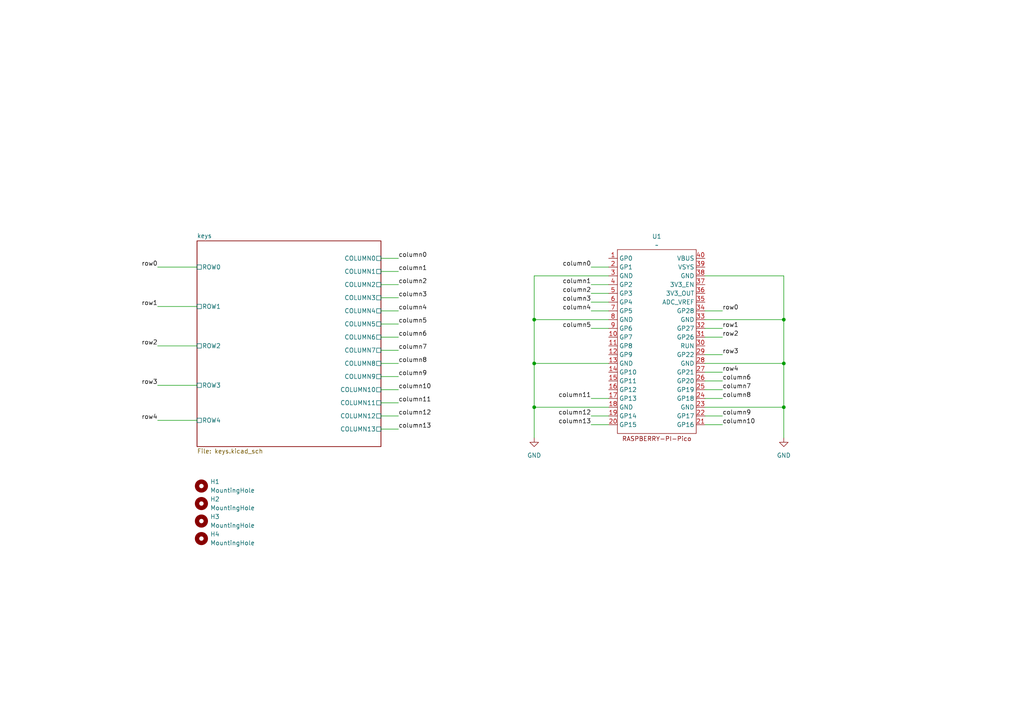
<source format=kicad_sch>
(kicad_sch (version 20231120) (generator "eeschema") (generator_version "8.0")
  (paper "A4")
  (lib_symbols
    (symbol "Mechanical:MountingHole" (pin_names (offset 1.016)) (exclude_from_sim yes) (in_bom no)
      (property "Reference" "H" (at 0 5.08 0))
      (property "Value" "MountingHole" (at 0 3.175 0))
      (symbol "MountingHole_0_1"
        (circle (center 0 0) (radius 1.27) (stroke (width 1.27)))
      )
    )
    (symbol "mysymbols:raspberry-pi-pico"
      (property "Reference" "U" (at 0 0 0))
      (symbol "raspberry-pi-pico_0_1"
        (rectangle (start -11.43 -1.27) (end 11.43 -54.61))
      )
      (symbol "raspberry-pi-pico_1_1"
        (text "RASPBERRY-PI-Pico" (at 0 -56.134 0) (effects (font (size 1.27 1.27))))
        (pin passive line (at -13.97 -3.81 0) (length 2.54) (name "GP0") (number "1"))
        (pin passive line (at -13.97 -26.67 0) (length 2.54) (name "GP7") (number "10"))
        (pin passive line (at -13.97 -29.21 0) (length 2.54) (name "GP8") (number "11"))
        (pin passive line (at -13.97 -31.75 0) (length 2.54) (name "GP9") (number "12"))
        (pin passive line (at -13.97 -34.29 0) (length 2.54) (name "GND") (number "13"))
        (pin passive line (at -13.97 -36.83 0) (length 2.54) (name "GP10") (number "14"))
        (pin passive line (at -13.97 -39.37 0) (length 2.54) (name "GP11") (number "15"))
        (pin passive line (at -13.97 -41.91 0) (length 2.54) (name "GP12") (number "16"))
        (pin passive line (at -13.97 -44.45 0) (length 2.54) (name "GP13") (number "17"))
        (pin passive line (at -13.97 -46.99 0) (length 2.54) (name "GND") (number "18"))
        (pin passive line (at -13.97 -49.53 0) (length 2.54) (name "GP14") (number "19"))
        (pin passive line (at -13.97 -6.35 0) (length 2.54) (name "GP1") (number "2"))
        (pin passive line (at -13.97 -52.07 0) (length 2.54) (name "GP15") (number "20"))
        (pin passive line (at 13.97 -52.07 180) (length 2.54) (name "GP16") (number "21"))
        (pin passive line (at 13.97 -49.53 180) (length 2.54) (name "GP17") (number "22"))
        (pin passive line (at 13.97 -46.99 180) (length 2.54) (name "GND") (number "23"))
        (pin passive line (at 13.97 -44.45 180) (length 2.54) (name "GP18") (number "24"))
        (pin passive line (at 13.97 -41.91 180) (length 2.54) (name "GP19") (number "25"))
        (pin passive line (at 13.97 -39.37 180) (length 2.54) (name "GP20") (number "26"))
        (pin passive line (at 13.97 -36.83 180) (length 2.54) (name "GP21") (number "27"))
        (pin passive line (at 13.97 -34.29 180) (length 2.54) (name "GND") (number "28"))
        (pin passive line (at 13.97 -31.75 180) (length 2.54) (name "GP22") (number "29"))
        (pin passive line (at -13.97 -8.89 0) (length 2.54) (name "GND") (number "3"))
        (pin passive line (at 13.97 -29.21 180) (length 2.54) (name "RUN") (number "30"))
        (pin passive line (at 13.97 -26.67 180) (length 2.54) (name "GP26") (number "31"))
        (pin passive line (at 13.97 -24.13 180) (length 2.54) (name "GP27") (number "32"))
        (pin passive line (at 13.97 -21.59 180) (length 2.54) (name "GND") (number "33"))
        (pin passive line (at 13.97 -19.05 180) (length 2.54) (name "GP28") (number "34"))
        (pin passive line (at 13.97 -16.51 180) (length 2.54) (name "ADC_VREF") (number "35"))
        (pin passive line (at 13.97 -13.97 180) (length 2.54) (name "3V3_OUT") (number "36"))
        (pin passive line (at 13.97 -11.43 180) (length 2.54) (name "3V3_EN") (number "37"))
        (pin passive line (at 13.97 -8.89 180) (length 2.54) (name "GND") (number "38"))
        (pin passive line (at 13.97 -6.35 180) (length 2.54) (name "VSYS") (number "39"))
        (pin passive line (at -13.97 -11.43 0) (length 2.54) (name "GP2") (number "4"))
        (pin power_out line (at 13.97 -3.81 180) (length 2.54) (name "VBUS") (number "40"))
        (pin passive line (at -13.97 -13.97 0) (length 2.54) (name "GP3") (number "5"))
        (pin passive line (at -13.97 -16.51 0) (length 2.54) (name "GP4") (number "6"))
        (pin passive line (at -13.97 -19.05 0) (length 2.54) (name "GP5") (number "7"))
        (pin passive line (at -13.97 -21.59 0) (length 2.54) (name "GND") (number "8"))
        (pin passive line (at -13.97 -24.13 0) (length 2.54) (name "GP6") (number "9"))
      )
    )
    (symbol "power:GND" (power) (pin_numbers hide) (pin_names (offset 0) hide)
      (property "Value" "GND" (at 0 -3.81 0))
      (symbol "GND_0_1"
        (polyline (pts (xy 0 0) (xy 0 -1.27) (xy 1.27 -1.27) (xy 0 -2.54) (xy -1.27 -1.27) (xy 0 -1.27)))
      )
      (symbol "GND_1_1"
        (pin power_in line (at 0 0 270) (length 0) (name "~") (number "1"))
      )
    )
  )
  (junction (at 154.94 105.41))
  (junction (at 227.33 118.11))
  (junction (at 154.94 92.71))
  (junction (at 227.33 92.71))
  (junction (at 227.33 105.41))
  (junction (at 154.94 118.11))
  (wire (pts (xy 110.49 82.55) (xy 115.57 82.55)))
  (wire (pts (xy 204.47 80.01) (xy 227.33 80.01)))
  (wire (pts (xy 204.47 118.11) (xy 227.33 118.11)))
  (wire (pts (xy 204.47 113.03) (xy 209.55 113.03)))
  (wire (pts (xy 110.49 90.17) (xy 115.57 90.17)))
  (wire (pts (xy 45.72 77.47) (xy 57.15 77.47)))
  (wire (pts (xy 204.47 95.25) (xy 209.55 95.25)))
  (wire (pts (xy 204.47 120.65) (xy 209.55 120.65)))
  (wire (pts (xy 227.33 105.41) (xy 227.33 118.11)))
  (wire (pts (xy 204.47 107.95) (xy 209.55 107.95)))
  (wire (pts (xy 227.33 80.01) (xy 227.33 92.71)))
  (wire (pts (xy 171.45 82.55) (xy 176.53 82.55)))
  (wire (pts (xy 171.45 120.65) (xy 176.53 120.65)))
  (wire (pts (xy 110.49 109.22) (xy 115.57 109.22)))
  (wire (pts (xy 154.94 92.71) (xy 176.53 92.71)))
  (wire (pts (xy 110.49 101.6) (xy 115.57 101.6)))
  (wire (pts (xy 154.94 92.71) (xy 154.94 105.41)))
  (wire (pts (xy 176.53 80.01) (xy 154.94 80.01)))
  (wire (pts (xy 204.47 92.71) (xy 227.33 92.71)))
  (wire (pts (xy 204.47 97.79) (xy 209.55 97.79)))
  (wire (pts (xy 45.72 88.9) (xy 57.15 88.9)))
  (wire (pts (xy 110.49 97.79) (xy 115.57 97.79)))
  (wire (pts (xy 154.94 80.01) (xy 154.94 92.71)))
  (wire (pts (xy 154.94 118.11) (xy 154.94 127)))
  (wire (pts (xy 45.72 121.92) (xy 57.15 121.92)))
  (wire (pts (xy 227.33 118.11) (xy 227.33 127)))
  (wire (pts (xy 204.47 90.17) (xy 209.55 90.17)))
  (wire (pts (xy 204.47 102.87) (xy 209.55 102.87)))
  (wire (pts (xy 171.45 77.47) (xy 176.53 77.47)))
  (wire (pts (xy 110.49 74.93) (xy 115.57 74.93)))
  (wire (pts (xy 110.49 105.41) (xy 115.57 105.41)))
  (wire (pts (xy 171.45 87.63) (xy 176.53 87.63)))
  (wire (pts (xy 110.49 124.46) (xy 115.57 124.46)))
  (wire (pts (xy 171.45 90.17) (xy 176.53 90.17)))
  (wire (pts (xy 110.49 78.74) (xy 115.57 78.74)))
  (wire (pts (xy 110.49 116.84) (xy 115.57 116.84)))
  (wire (pts (xy 110.49 113.03) (xy 115.57 113.03)))
  (wire (pts (xy 154.94 105.41) (xy 176.53 105.41)))
  (wire (pts (xy 171.45 95.25) (xy 176.53 95.25)))
  (wire (pts (xy 204.47 115.57) (xy 209.55 115.57)))
  (wire (pts (xy 171.45 115.57) (xy 176.53 115.57)))
  (wire (pts (xy 171.45 85.09) (xy 176.53 85.09)))
  (wire (pts (xy 154.94 118.11) (xy 176.53 118.11)))
  (wire (pts (xy 110.49 93.98) (xy 115.57 93.98)))
  (wire (pts (xy 227.33 92.71) (xy 227.33 105.41)))
  (wire (pts (xy 45.72 111.76) (xy 57.15 111.76)))
  (wire (pts (xy 204.47 110.49) (xy 209.55 110.49)))
  (wire (pts (xy 204.47 123.19) (xy 209.55 123.19)))
  (wire (pts (xy 45.72 100.33) (xy 57.15 100.33)))
  (wire (pts (xy 204.47 105.41) (xy 227.33 105.41)))
  (wire (pts (xy 154.94 105.41) (xy 154.94 118.11)))
  (wire (pts (xy 171.45 123.19) (xy 176.53 123.19)))
  (wire (pts (xy 110.49 86.36) (xy 115.57 86.36)))
  (wire (pts (xy 110.49 120.65) (xy 115.57 120.65)))
  (label "column9" (at 209.55 120.65 0))
  (label "row2" (at 209.55 97.79 0))
  (label "column5" (at 171.45 95.25 180))
  (label "row4" (at 209.55 107.95 0))
  (label "column2" (at 171.45 85.09 180))
  (label "column7" (at 209.55 113.03 0))
  (label "column3" (at 171.45 87.63 180))
  (label "column9" (at 115.57 109.22 0))
  (label "row3" (at 45.72 111.76 180))
  (label "column2" (at 115.57 82.55 0))
  (label "row2" (at 45.72 100.33 180))
  (label "column0" (at 171.45 77.47 180))
  (label "column13" (at 115.57 124.46 0))
  (label "row1" (at 45.72 88.9 180))
  (label "column8" (at 209.55 115.57 0))
  (label "row0" (at 45.72 77.47 180))
  (label "row3" (at 209.55 102.87 0))
  (label "row1" (at 209.55 95.25 0))
  (label "column10" (at 209.55 123.19 0))
  (label "column4" (at 171.45 90.17 180))
  (label "row0" (at 209.55 90.17 0))
  (label "column6" (at 209.55 110.49 0))
  (label "column5" (at 115.57 93.98 0))
  (label "column6" (at 115.57 97.79 0))
  (label "column7" (at 115.57 101.6 0))
  (label "column12" (at 115.57 120.65 0))
  (label "column11" (at 115.57 116.84 0))
  (label "column12" (at 171.45 120.65 180))
  (label "column10" (at 115.57 113.03 0))
  (label "column3" (at 115.57 86.36 0))
  (label "column8" (at 115.57 105.41 0))
  (label "row4" (at 45.72 121.92 180))
  (label "column1" (at 171.45 82.55 180))
  (label "column11" (at 171.45 115.57 180))
  (label "column0" (at 115.57 74.93 0))
  (label "column4" (at 115.57 90.17 0))
  (label "column13" (at 171.45 123.19 180))
  (label "column1" (at 115.57 78.74 0))
  (symbol (lib_id "Mechanical:MountingHole") (at 58.42 156.21 0) (unit 1) (exclude_from_sim yes) (in_bom no)
    (property "Reference" "H4" (at 60.96 154.9399 0) (effects (justify left)))
    (property "Value" "MountingHole" (at 60.96 157.4799 0) (effects (justify left)))
    (property "Footprint" "MountingHole:MountingHole_3.2mm_M3" (effects (hide yes)))
    (property "Description" "Mounting Hole without connection" (effects (hide yes)))
  )
  (symbol (lib_id "Mechanical:MountingHole") (at 58.42 151.13 0) (unit 1) (exclude_from_sim yes) (in_bom no)
    (property "Reference" "H3" (at 60.96 149.8599 0) (effects (justify left)))
    (property "Value" "MountingHole" (at 60.96 152.3999 0) (effects (justify left)))
    (property "Footprint" "MountingHole:MountingHole_3.2mm_M3" (effects (hide yes)))
    (property "Description" "Mounting Hole without connection" (effects (hide yes)))
  )
  (symbol (lib_id "power:GND") (at 154.94 127 0) (unit 1)
    (property "Reference" "#PWR01" (effects (hide yes)))
    (property "Value" "GND" (at 154.94 132.08 0))
    (property "Description" "Power symbol creates a global label with name \"GND\" , ground" (effects (hide yes)))
  )
  (symbol (lib_id "power:GND") (at 227.33 127 0) (unit 1)
    (property "Reference" "#PWR02" (effects (hide yes)))
    (property "Value" "GND" (at 227.33 132.08 0))
    (property "Description" "Power symbol creates a global label with name \"GND\" , ground" (effects (hide yes)))
  )
  (symbol (lib_id "Mechanical:MountingHole") (at 58.42 140.97 0) (unit 1) (exclude_from_sim yes) (in_bom no)
    (property "Reference" "H1" (at 60.96 139.6999 0) (effects (justify left)))
    (property "Value" "MountingHole" (at 60.96 142.2399 0) (effects (justify left)))
    (property "Footprint" "MountingHole:MountingHole_3.2mm_M3" (effects (hide yes)))
    (property "Description" "Mounting Hole without connection" (effects (hide yes)))
  )
  (symbol (lib_id "Mechanical:MountingHole") (at 58.42 146.05 0) (unit 1) (exclude_from_sim yes) (in_bom no)
    (property "Reference" "H2" (at 60.96 144.7799 0) (effects (justify left)))
    (property "Value" "MountingHole" (at 60.96 147.3199 0) (effects (justify left)))
    (property "Footprint" "MountingHole:MountingHole_3.2mm_M3" (effects (hide yes)))
    (property "Description" "Mounting Hole without connection" (effects (hide yes)))
  )
  (symbol (lib_id "mysymbols:raspberry-pi-pico") (at 190.5 71.12 0) (unit 1)
    (property "Reference" "U1" (at 190.5 68.58 0))
    (property "Value" "~" (at 190.5 71.12 0))
    (property "Footprint" "mylibrary:raspberry_pi_pico" (effects (hide yes)))
  )
  (sheet (at 57.15 69.85) (size 53.34 59.69) (stroke (width 0.1524))
    (property "Sheetname" "keys" (at 57.15 69.1384 0) (effects (justify left bottom)))
    (property "Sheetfile" "keys.kicad_sch" (at 57.15 130.1246 0) (effects (justify left top)))
    (pin "ROW4" passive (at 57.15 121.92 180))
    (pin "ROW3" passive (at 57.15 111.76 180))
    (pin "ROW1" passive (at 57.15 88.9 180))
    (pin "ROW2" passive (at 57.15 100.33 180))
    (pin "COLUMN11" passive (at 110.49 116.84 0))
    (pin "COLUMN10" passive (at 110.49 113.03 0))
    (pin "COLUMN12" passive (at 110.49 120.65 0))
    (pin "COLUMN13" passive (at 110.49 124.46 0))
    (pin "COLUMN8" passive (at 110.49 105.41 0))
    (pin "COLUMN9" passive (at 110.49 109.22 0))
    (pin "COLUMN7" passive (at 110.49 101.6 0))
    (pin "COLUMN6" passive (at 110.49 97.79 0))
    (pin "COLUMN2" passive (at 110.49 82.55 0))
    (pin "COLUMN3" passive (at 110.49 86.36 0))
    (pin "COLUMN0" passive (at 110.49 74.93 0))
    (pin "COLUMN1" passive (at 110.49 78.74 0))
    (pin "ROW0" passive (at 57.15 77.47 180))
    (pin "COLUMN4" passive (at 110.49 90.17 0))
    (pin "COLUMN5" passive (at 110.49 93.98 0))
  )
)
</source>
